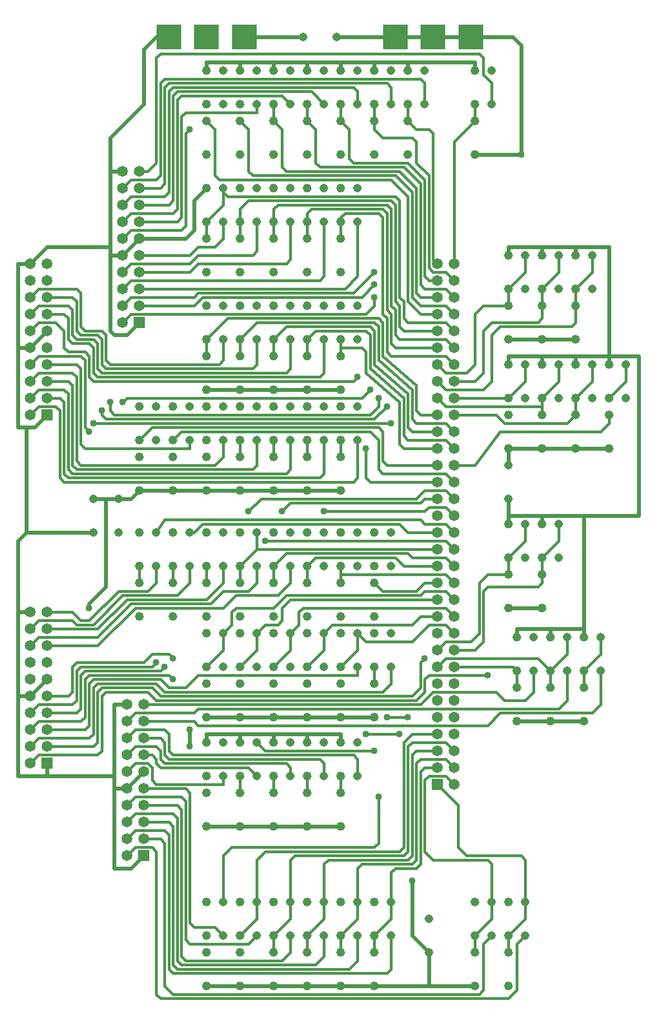
<source format=gbl>
G75*
G70*
%OFA0B0*%
%FSLAX24Y24*%
%IPPOS*%
%LPD*%
%AMOC8*
5,1,8,0,0,1.08239X$1,22.5*
%
%ADD10R,0.0650X0.0650*%
%ADD11C,0.0650*%
%ADD12C,0.0520*%
%ADD13C,0.0515*%
%ADD14R,0.1500X0.1500*%
%ADD15C,0.0160*%
%ADD16C,0.0400*%
%ADD17C,0.0240*%
D10*
X008850Y009350D03*
X003100Y014850D03*
X003100Y035600D03*
X008600Y041100D03*
X026350Y013600D03*
D11*
X026350Y014600D03*
X026350Y015600D03*
X026350Y016600D03*
X026350Y017600D03*
X026350Y018600D03*
X026350Y019600D03*
X026350Y020600D03*
X026350Y021600D03*
X026350Y022600D03*
X026350Y023600D03*
X026350Y024600D03*
X026350Y025600D03*
X026350Y026600D03*
X026350Y027600D03*
X026350Y028600D03*
X026350Y029600D03*
X026350Y030600D03*
X026350Y031600D03*
X026350Y032600D03*
X026350Y033600D03*
X026350Y034600D03*
X026350Y035600D03*
X026350Y036600D03*
X026350Y037600D03*
X026350Y038600D03*
X026350Y039600D03*
X026350Y040600D03*
X026350Y041600D03*
X026350Y042600D03*
X026350Y043600D03*
X026350Y044600D03*
X027350Y044600D03*
X027350Y043600D03*
X027350Y042600D03*
X027350Y041600D03*
X027350Y040600D03*
X027350Y039600D03*
X027350Y038600D03*
X027350Y037600D03*
X027350Y036600D03*
X027350Y035600D03*
X027350Y034600D03*
X027350Y033600D03*
X027350Y032600D03*
X027350Y031600D03*
X027350Y030600D03*
X027350Y029600D03*
X027350Y028600D03*
X027350Y027600D03*
X027350Y026600D03*
X027350Y025600D03*
X027350Y024600D03*
X027350Y023600D03*
X027350Y022600D03*
X027350Y021600D03*
X027350Y020600D03*
X027350Y019600D03*
X027350Y018600D03*
X027350Y017600D03*
X027350Y016600D03*
X027350Y015600D03*
X027350Y014600D03*
X027350Y013600D03*
X008850Y013350D03*
X008850Y012350D03*
X008850Y011350D03*
X008850Y010350D03*
X007850Y010350D03*
X007850Y009350D03*
X007850Y011350D03*
X007850Y012350D03*
X007850Y013350D03*
X007850Y014350D03*
X007850Y015350D03*
X007850Y016350D03*
X007850Y017350D03*
X007850Y018350D03*
X008850Y018350D03*
X008850Y017350D03*
X008850Y016350D03*
X008850Y015350D03*
X008850Y014350D03*
X003100Y015850D03*
X003100Y016850D03*
X003100Y017850D03*
X003100Y018850D03*
X003100Y019850D03*
X003100Y020850D03*
X003100Y021850D03*
X003100Y022850D03*
X003100Y023850D03*
X002100Y023850D03*
X002100Y022850D03*
X002100Y021850D03*
X002100Y020850D03*
X002100Y019850D03*
X002100Y018850D03*
X002100Y017850D03*
X002100Y016850D03*
X002100Y015850D03*
X002100Y014850D03*
X002100Y035600D03*
X002100Y036600D03*
X002100Y037600D03*
X002100Y038600D03*
X002100Y039600D03*
X002100Y040600D03*
X002100Y041600D03*
X002100Y042600D03*
X002100Y043600D03*
X002100Y044600D03*
X003100Y044600D03*
X003100Y043600D03*
X003100Y042600D03*
X003100Y041600D03*
X003100Y040600D03*
X003100Y039600D03*
X003100Y038600D03*
X003100Y037600D03*
X003100Y036600D03*
X007600Y041100D03*
X007600Y042100D03*
X007600Y043100D03*
X007600Y044100D03*
X007600Y045100D03*
X007600Y046100D03*
X007600Y047100D03*
X007600Y048100D03*
X007600Y049100D03*
X007600Y050100D03*
X008600Y050100D03*
X008600Y049100D03*
X008600Y048100D03*
X008600Y047100D03*
X008600Y046100D03*
X008600Y045100D03*
X008600Y044100D03*
X008600Y043100D03*
X008600Y042100D03*
D12*
X012600Y042100D03*
X012600Y040100D03*
X012600Y039100D03*
X012600Y037100D03*
X012600Y036100D03*
X012600Y034100D03*
X012600Y033100D03*
X012600Y031100D03*
X010600Y031100D03*
X010600Y033100D03*
X010600Y034100D03*
X010600Y036100D03*
X008600Y036100D03*
X008600Y034100D03*
X008600Y033100D03*
X008600Y031100D03*
X008600Y028600D03*
X008600Y026600D03*
X008600Y025600D03*
X008600Y023600D03*
X010600Y023600D03*
X010600Y025600D03*
X010600Y026600D03*
X010600Y028600D03*
X012600Y028600D03*
X012600Y026600D03*
X012600Y025600D03*
X012600Y023600D03*
X012600Y022600D03*
X012600Y020600D03*
X012600Y019600D03*
X012600Y017600D03*
X012600Y016100D03*
X012600Y014100D03*
X012600Y013100D03*
X012600Y011100D03*
X014600Y011100D03*
X014600Y013100D03*
X014600Y014100D03*
X014600Y016100D03*
X014600Y017600D03*
X014600Y019600D03*
X014600Y020600D03*
X014600Y022600D03*
X014600Y023600D03*
X014600Y025600D03*
X014600Y026600D03*
X014600Y028600D03*
X016600Y028600D03*
X016600Y026600D03*
X016600Y025600D03*
X016600Y023600D03*
X016600Y022600D03*
X016600Y020600D03*
X016600Y019600D03*
X016600Y017600D03*
X016600Y016100D03*
X016600Y014100D03*
X016600Y013100D03*
X016600Y011100D03*
X018600Y011100D03*
X018600Y013100D03*
X018600Y014100D03*
X018600Y016100D03*
X018600Y017600D03*
X018600Y019600D03*
X018600Y020600D03*
X018600Y022600D03*
X018600Y023600D03*
X018600Y025600D03*
X018600Y026600D03*
X018600Y028600D03*
X020600Y028600D03*
X020600Y026600D03*
X020600Y025600D03*
X020600Y023600D03*
X020600Y022600D03*
X020600Y020600D03*
X020600Y019600D03*
X020600Y017600D03*
X020600Y016100D03*
X020600Y014100D03*
X020600Y013100D03*
X020600Y011100D03*
X020600Y006600D03*
X020600Y004600D03*
X020600Y003600D03*
X020600Y001600D03*
X018600Y001600D03*
X018600Y003600D03*
X018600Y004600D03*
X018600Y006600D03*
X016600Y006600D03*
X016600Y004600D03*
X016600Y003600D03*
X016600Y001600D03*
X014600Y001600D03*
X014600Y003600D03*
X014600Y004600D03*
X014600Y006600D03*
X012600Y006600D03*
X012600Y004600D03*
X012600Y003600D03*
X012600Y001600D03*
X022600Y001600D03*
X022600Y003600D03*
X022600Y004600D03*
X022600Y006600D03*
X028600Y006600D03*
X028600Y004600D03*
X028600Y003600D03*
X028600Y001600D03*
X030600Y001600D03*
X030600Y003600D03*
X030600Y004600D03*
X030600Y006600D03*
X031100Y017350D03*
X031100Y019350D03*
X031100Y020350D03*
X031100Y022350D03*
X030600Y024100D03*
X030600Y026100D03*
X030600Y027100D03*
X030600Y029100D03*
X032600Y029100D03*
X032600Y027100D03*
X032600Y026100D03*
X032600Y024100D03*
X033100Y022350D03*
X033100Y020350D03*
X033100Y019350D03*
X033100Y017350D03*
X035100Y017350D03*
X035100Y019350D03*
X035100Y020350D03*
X035100Y022350D03*
X034600Y033600D03*
X034600Y035600D03*
X034600Y036600D03*
X034600Y038600D03*
X034600Y040100D03*
X034600Y042100D03*
X034600Y043100D03*
X034600Y045100D03*
X032600Y045100D03*
X032600Y043100D03*
X032600Y042100D03*
X032600Y040100D03*
X032600Y038600D03*
X032600Y036600D03*
X032600Y035600D03*
X032600Y033600D03*
X030600Y033600D03*
X030600Y035600D03*
X030600Y036600D03*
X030600Y038600D03*
X030600Y040100D03*
X030600Y042100D03*
X030600Y043100D03*
X030600Y045100D03*
X028600Y051100D03*
X028600Y053100D03*
X028600Y054100D03*
X028600Y056100D03*
X024600Y056100D03*
X024600Y054100D03*
X024600Y053100D03*
X024600Y051100D03*
X022600Y051100D03*
X022600Y053100D03*
X022600Y054100D03*
X022600Y056100D03*
X020600Y056100D03*
X020600Y054100D03*
X020600Y053100D03*
X020600Y051100D03*
X020600Y049100D03*
X020600Y047100D03*
X020600Y046100D03*
X020600Y044100D03*
X020600Y042100D03*
X020600Y040100D03*
X020600Y039100D03*
X020600Y037100D03*
X020600Y036100D03*
X020600Y034100D03*
X020600Y033100D03*
X020600Y031100D03*
X018600Y031100D03*
X018600Y033100D03*
X018600Y034100D03*
X018600Y036100D03*
X018600Y037100D03*
X018600Y039100D03*
X018600Y040100D03*
X018600Y042100D03*
X018600Y044100D03*
X018600Y046100D03*
X018600Y047100D03*
X018600Y049100D03*
X018600Y051100D03*
X018600Y053100D03*
X018600Y054100D03*
X018600Y056100D03*
X016600Y056100D03*
X016600Y054100D03*
X016600Y053100D03*
X016600Y051100D03*
X016600Y049100D03*
X016600Y047100D03*
X016600Y046100D03*
X016600Y044100D03*
X016600Y042100D03*
X016600Y040100D03*
X016600Y039100D03*
X016600Y037100D03*
X016600Y036100D03*
X016600Y034100D03*
X016600Y033100D03*
X016600Y031100D03*
X014600Y031100D03*
X014600Y033100D03*
X014600Y034100D03*
X014600Y036100D03*
X014600Y037100D03*
X014600Y039100D03*
X014600Y040100D03*
X014600Y042100D03*
X014600Y044100D03*
X014600Y046100D03*
X014600Y047100D03*
X014600Y049100D03*
X014600Y051100D03*
X014600Y053100D03*
X014600Y054100D03*
X014600Y056100D03*
X012600Y056100D03*
X012600Y054100D03*
X012600Y053100D03*
X012600Y051100D03*
X012600Y049100D03*
X012600Y047100D03*
X012600Y046100D03*
X012600Y044100D03*
X022600Y028600D03*
X022600Y026600D03*
X022600Y025600D03*
X022600Y023600D03*
X022600Y022600D03*
X022600Y020600D03*
X022600Y019600D03*
X022600Y017600D03*
X036600Y033600D03*
X036600Y035600D03*
X036600Y036600D03*
X036600Y038600D03*
D13*
X037600Y038600D03*
X037600Y036600D03*
X035600Y036600D03*
X035600Y038600D03*
X033600Y038600D03*
X033600Y036600D03*
X031600Y036600D03*
X031600Y038600D03*
X031600Y043100D03*
X031600Y045100D03*
X033600Y045100D03*
X033600Y043100D03*
X035600Y043100D03*
X035600Y045100D03*
X029600Y054100D03*
X029600Y056100D03*
X025600Y056100D03*
X025600Y054100D03*
X023600Y054100D03*
X023600Y056100D03*
X021600Y056100D03*
X021600Y054100D03*
X019600Y054100D03*
X019600Y056100D03*
X020350Y058100D03*
X018350Y058100D03*
X017600Y056100D03*
X017600Y054100D03*
X015600Y054100D03*
X015600Y056100D03*
X013600Y056100D03*
X013600Y054100D03*
X013600Y049100D03*
X013600Y047100D03*
X015600Y047100D03*
X015600Y049100D03*
X017600Y049100D03*
X017600Y047100D03*
X019600Y047100D03*
X019600Y049100D03*
X021600Y049100D03*
X021600Y047100D03*
X021600Y042100D03*
X021600Y040100D03*
X019600Y040100D03*
X019600Y042100D03*
X017600Y042100D03*
X017600Y040100D03*
X015600Y040100D03*
X015600Y042100D03*
X013600Y042100D03*
X013600Y040100D03*
X013600Y036100D03*
X013600Y034100D03*
X011600Y034100D03*
X011600Y036100D03*
X009600Y036100D03*
X009600Y034100D03*
X007350Y030600D03*
X005850Y030600D03*
X005850Y028600D03*
X007350Y028600D03*
X009600Y028600D03*
X009600Y026600D03*
X011600Y026600D03*
X011600Y028600D03*
X013600Y028600D03*
X013600Y026600D03*
X015600Y026600D03*
X015600Y028600D03*
X017600Y028600D03*
X017600Y026600D03*
X019600Y026600D03*
X019600Y028600D03*
X021600Y028600D03*
X021600Y026600D03*
X023600Y026600D03*
X023600Y028600D03*
X021600Y034100D03*
X021600Y036100D03*
X019600Y036100D03*
X019600Y034100D03*
X017600Y034100D03*
X017600Y036100D03*
X015600Y036100D03*
X015600Y034100D03*
X015600Y022600D03*
X015600Y020600D03*
X013600Y020600D03*
X013600Y022600D03*
X017600Y022600D03*
X017600Y020600D03*
X019600Y020600D03*
X019600Y022600D03*
X021600Y022600D03*
X021600Y020600D03*
X023600Y020600D03*
X023600Y022600D03*
X021600Y016100D03*
X021600Y014100D03*
X019600Y014100D03*
X019600Y016100D03*
X017600Y016100D03*
X017600Y014100D03*
X015600Y014100D03*
X015600Y016100D03*
X013600Y016100D03*
X013600Y014100D03*
X013600Y006600D03*
X013600Y004600D03*
X015600Y004600D03*
X015600Y006600D03*
X017600Y006600D03*
X017600Y004600D03*
X019600Y004600D03*
X019600Y006600D03*
X021600Y006600D03*
X021600Y004600D03*
X023600Y004600D03*
X023600Y006600D03*
X025850Y005600D03*
X025850Y003600D03*
X029600Y004600D03*
X029600Y006600D03*
X031600Y006600D03*
X031600Y004600D03*
X032100Y020350D03*
X032100Y022350D03*
X034100Y022350D03*
X034100Y020350D03*
X036100Y020350D03*
X036100Y022350D03*
X033600Y027100D03*
X033600Y029100D03*
X031600Y029100D03*
X030600Y030600D03*
X030600Y032600D03*
X031600Y027100D03*
D14*
X028350Y058100D03*
X026100Y058100D03*
X023850Y058100D03*
X014850Y058100D03*
X012600Y058100D03*
X010350Y058100D03*
D15*
X009850Y057100D02*
X028850Y057100D01*
X029100Y056850D01*
X029100Y055850D01*
X029600Y055350D01*
X029600Y054100D01*
X028600Y054100D02*
X028600Y053100D01*
X027350Y051850D01*
X027350Y044600D01*
X026850Y044100D02*
X027350Y043600D01*
X026850Y043100D02*
X027350Y042600D01*
X026850Y042100D02*
X027350Y041600D01*
X026850Y041100D02*
X027350Y040600D01*
X026850Y040100D02*
X027350Y039600D01*
X026850Y039100D02*
X027350Y038600D01*
X026850Y038100D02*
X028100Y038100D01*
X028600Y038600D01*
X028600Y041600D01*
X029100Y042100D01*
X030600Y042100D01*
X030600Y043100D01*
X031600Y044100D01*
X031600Y045100D01*
X032600Y043100D02*
X032600Y042100D01*
X032600Y041350D01*
X032350Y041100D01*
X029600Y041100D01*
X029100Y040600D01*
X029100Y038100D01*
X028600Y037600D01*
X027350Y037600D01*
X026850Y038100D02*
X026350Y038600D01*
X026850Y039100D02*
X023600Y039100D01*
X023350Y039350D01*
X023350Y041350D01*
X023100Y041600D01*
X023100Y047350D01*
X022850Y047600D01*
X020850Y047600D01*
X020600Y047350D01*
X020600Y047100D01*
X020600Y046100D01*
X019600Y047100D02*
X019600Y043850D01*
X019350Y043600D01*
X008100Y043600D01*
X007600Y043100D01*
X008100Y042600D02*
X011850Y042600D01*
X012100Y042850D01*
X021350Y042850D01*
X022600Y044100D01*
X022600Y043350D02*
X021850Y042600D01*
X012350Y042600D01*
X011850Y042100D01*
X008600Y042100D01*
X008100Y041600D02*
X022100Y041600D01*
X022600Y042100D01*
X022600Y042600D01*
X023350Y041850D02*
X023600Y041600D01*
X023600Y039850D01*
X023850Y039600D01*
X026350Y039600D01*
X026850Y040100D02*
X024100Y040100D01*
X023850Y040350D01*
X023850Y041850D01*
X023600Y042100D01*
X023600Y047850D01*
X023350Y048100D01*
X016850Y048100D01*
X016600Y047850D01*
X016600Y047100D01*
X016600Y046100D01*
X015600Y045350D02*
X015600Y047100D01*
X014600Y047850D02*
X015100Y048350D01*
X023600Y048350D01*
X023850Y048100D01*
X023850Y042350D01*
X024100Y042100D01*
X024100Y040850D01*
X024350Y040600D01*
X026350Y040600D01*
X026850Y041100D02*
X024600Y041100D01*
X024350Y041350D01*
X024350Y042350D01*
X024100Y042600D01*
X024100Y048350D01*
X023850Y048600D01*
X013850Y048600D01*
X013600Y048850D01*
X013600Y048100D01*
X012600Y047100D01*
X012600Y046100D01*
X012100Y045600D02*
X013100Y045600D01*
X013600Y046100D01*
X013600Y047100D01*
X014600Y047100D02*
X014600Y047850D01*
X014600Y047100D02*
X014600Y046100D01*
X015350Y045100D02*
X015600Y045350D01*
X015350Y045100D02*
X012100Y045100D01*
X011600Y044600D01*
X008100Y044600D01*
X007600Y044100D01*
X008600Y044100D02*
X011600Y044100D01*
X012100Y044600D01*
X017350Y044600D01*
X017600Y044850D01*
X017600Y047100D01*
X018600Y047100D02*
X018600Y046100D01*
X018600Y047100D02*
X018600Y047600D01*
X018850Y047850D01*
X023100Y047850D01*
X023350Y047600D01*
X023350Y041850D01*
X022850Y041350D02*
X013850Y041350D01*
X012600Y040100D01*
X012600Y039100D01*
X013350Y038600D02*
X013600Y038850D01*
X013600Y040100D01*
X014600Y040100D02*
X014600Y039100D01*
X014600Y040100D02*
X015600Y041100D01*
X022600Y041100D01*
X022850Y040850D01*
X022850Y038850D01*
X024850Y037100D01*
X024850Y035350D01*
X025100Y035100D01*
X026850Y035100D01*
X027350Y034600D01*
X026850Y034100D02*
X027350Y033600D01*
X026850Y034100D02*
X024600Y034100D01*
X024350Y034350D01*
X024350Y036600D01*
X022350Y038350D01*
X022350Y040350D01*
X022100Y040600D01*
X019100Y040600D01*
X018600Y040100D01*
X018600Y039100D01*
X017600Y038350D02*
X017600Y040100D01*
X017350Y040850D02*
X016600Y040100D01*
X016600Y039100D01*
X015600Y038600D02*
X015600Y040100D01*
X015600Y038600D02*
X015350Y038350D01*
X006600Y038350D01*
X006350Y038600D01*
X006350Y040100D01*
X006100Y040350D01*
X005100Y040350D01*
X004850Y040600D01*
X004850Y042350D01*
X004600Y042600D01*
X003100Y042600D01*
X002600Y042100D02*
X004350Y042100D01*
X004600Y041850D01*
X004600Y040350D01*
X004850Y040100D01*
X005850Y040100D01*
X006100Y039850D01*
X006100Y038350D01*
X006350Y038100D01*
X017350Y038100D01*
X017600Y038350D01*
X019350Y037850D02*
X019600Y038100D01*
X019600Y040100D01*
X020600Y040100D02*
X020600Y039600D01*
X020600Y039100D01*
X020600Y039600D02*
X021850Y039600D01*
X022100Y039350D01*
X022100Y038100D01*
X024100Y036350D01*
X024100Y033850D01*
X024350Y033600D01*
X026350Y033600D01*
X026350Y034600D02*
X024850Y034600D01*
X024600Y034850D01*
X024600Y036850D01*
X022600Y038600D01*
X022600Y040600D01*
X022350Y040850D01*
X017350Y040850D01*
X019350Y037850D02*
X006100Y037850D01*
X005850Y038100D01*
X005850Y039600D01*
X005600Y039850D01*
X004600Y039850D01*
X004350Y040100D01*
X004350Y041350D01*
X004100Y041600D01*
X003100Y041600D01*
X002600Y041100D02*
X003600Y041100D01*
X004100Y040600D01*
X004100Y039600D01*
X004350Y039350D01*
X005350Y039350D01*
X005600Y039100D01*
X005600Y037850D01*
X005850Y037600D01*
X021350Y037600D01*
X021600Y037850D01*
X022350Y037100D02*
X021850Y036600D01*
X007850Y036600D01*
X007600Y036350D01*
X006850Y036350D02*
X006850Y035850D01*
X007100Y035600D01*
X022350Y035600D01*
X022850Y036100D01*
X022850Y036600D01*
X023350Y036100D02*
X022600Y035350D01*
X006600Y035350D01*
X006350Y035600D01*
X006350Y035850D01*
X005850Y035100D02*
X023600Y035100D01*
X023100Y034600D02*
X022850Y034850D01*
X009350Y034850D01*
X008600Y034100D01*
X010600Y034100D02*
X011100Y034600D01*
X022350Y034600D01*
X022850Y034100D01*
X022850Y032350D01*
X023100Y032100D01*
X026850Y032100D01*
X027350Y031600D01*
X026850Y031100D02*
X027350Y030600D01*
X026850Y030100D02*
X027350Y029600D01*
X026850Y029100D02*
X025600Y029100D01*
X025350Y029350D01*
X010100Y029350D01*
X009600Y028600D01*
X009600Y026600D02*
X009600Y025600D01*
X009100Y025100D01*
X007350Y025100D01*
X005600Y023350D01*
X005100Y023350D01*
X004600Y023850D01*
X003100Y023850D01*
X002600Y023350D02*
X004600Y023350D01*
X004850Y023100D01*
X005850Y023100D01*
X007600Y024850D01*
X010850Y024850D01*
X011600Y025600D01*
X011600Y026600D01*
X012600Y026600D02*
X012600Y025600D01*
X012600Y024600D02*
X013600Y025600D01*
X013600Y026600D01*
X014600Y026600D02*
X014600Y025600D01*
X014350Y024850D02*
X016850Y024850D01*
X017600Y025600D01*
X017600Y026600D01*
X017350Y027350D02*
X016600Y026600D01*
X016600Y025600D01*
X015600Y025600D02*
X015600Y026600D01*
X015600Y025600D02*
X015100Y025100D01*
X013600Y025100D01*
X012850Y024350D01*
X008100Y024350D01*
X006100Y022350D01*
X002600Y022350D01*
X002100Y021850D01*
X002100Y022850D02*
X002600Y023350D01*
X003100Y022850D02*
X006100Y022850D01*
X007850Y024600D01*
X012600Y024600D01*
X013600Y024100D02*
X014350Y024850D01*
X014350Y024100D02*
X014100Y023850D01*
X014100Y023100D01*
X013600Y022600D01*
X013600Y021600D01*
X012600Y020600D01*
X012100Y020100D02*
X021600Y020100D01*
X021600Y020600D01*
X021600Y021600D02*
X021600Y022600D01*
X022100Y022100D01*
X024850Y022100D01*
X025850Y023100D01*
X026850Y023100D01*
X027350Y022600D01*
X026850Y022100D02*
X026350Y021600D01*
X026850Y021100D02*
X032350Y021100D01*
X033100Y020350D01*
X033100Y019350D01*
X033100Y020350D02*
X034100Y021350D01*
X034100Y022350D01*
X034100Y020350D02*
X034100Y018600D01*
X033600Y018100D01*
X012100Y018100D01*
X011850Y017850D01*
X008350Y017850D01*
X007850Y017350D01*
X008350Y016850D02*
X007850Y016350D01*
X008350Y015850D02*
X007850Y015350D01*
X008350Y014850D02*
X007850Y014350D01*
X008350Y014850D02*
X009100Y014850D01*
X009350Y014600D01*
X009350Y013850D01*
X009600Y013600D01*
X013600Y013600D01*
X013600Y014100D01*
X014600Y014100D02*
X014600Y013100D01*
X015600Y014100D02*
X015100Y014600D01*
X009850Y014600D01*
X009600Y014850D01*
X009600Y015100D01*
X009350Y015350D01*
X008850Y015350D01*
X008350Y015850D02*
X009600Y015850D01*
X009850Y015600D01*
X009850Y015100D01*
X010100Y014850D01*
X017350Y014850D01*
X017600Y014600D01*
X017600Y014100D01*
X018600Y014100D02*
X018600Y013100D01*
X019600Y014100D02*
X019600Y014850D01*
X019350Y015100D01*
X010350Y015100D01*
X010100Y015350D01*
X010100Y016100D01*
X009850Y016350D01*
X008850Y016350D01*
X008350Y016850D02*
X010100Y016850D01*
X010350Y016600D01*
X010350Y015600D01*
X010600Y015350D01*
X021350Y015350D01*
X021600Y015100D01*
X021600Y014100D01*
X020600Y014100D02*
X020600Y013100D01*
X022600Y015600D02*
X016100Y015600D01*
X015600Y016100D01*
X016600Y014100D02*
X016600Y013100D01*
X016100Y009600D02*
X024100Y009600D01*
X024350Y009850D01*
X024350Y016100D01*
X024850Y016600D01*
X026350Y016600D01*
X026850Y016100D02*
X027350Y015600D01*
X026850Y015100D02*
X027350Y014600D01*
X026850Y014100D02*
X027350Y013600D01*
X026850Y014100D02*
X025850Y014100D01*
X025600Y013850D01*
X025600Y009600D01*
X026100Y009100D01*
X029350Y009100D01*
X029600Y008850D01*
X029600Y006600D01*
X029600Y005600D01*
X028600Y004600D01*
X028600Y003600D01*
X029100Y004100D02*
X029600Y004600D01*
X029100Y004100D02*
X029100Y001350D01*
X028850Y001100D01*
X010600Y001100D01*
X010100Y001600D01*
X010100Y010100D01*
X009850Y010350D01*
X008850Y010350D01*
X008350Y009850D02*
X009350Y009850D01*
X009600Y009600D01*
X009600Y001100D01*
X009850Y000850D01*
X030600Y000850D01*
X031100Y001350D01*
X031100Y004100D01*
X031600Y004600D01*
X031600Y005600D02*
X030600Y004600D01*
X030600Y003600D01*
X031600Y005600D02*
X031600Y006600D01*
X031600Y009100D01*
X031350Y009350D01*
X028100Y009350D01*
X027600Y009850D01*
X027600Y012350D01*
X026350Y013600D01*
X026350Y014600D02*
X025600Y014600D01*
X025350Y014350D01*
X025350Y008850D01*
X025100Y008600D01*
X023850Y008600D01*
X023600Y008350D01*
X023600Y006600D01*
X023600Y005600D01*
X022600Y004600D01*
X022600Y003600D01*
X021600Y003100D02*
X021600Y004600D01*
X021600Y005600D02*
X020600Y004600D01*
X020600Y003600D01*
X019600Y003350D02*
X019600Y004600D01*
X019600Y005600D02*
X018600Y004600D01*
X018600Y003600D01*
X019100Y002850D02*
X019600Y003350D01*
X019100Y002850D02*
X011100Y002850D01*
X010850Y003100D01*
X010850Y011600D01*
X010600Y011850D01*
X008350Y011850D01*
X007850Y011350D01*
X007850Y012350D02*
X008350Y012850D01*
X011100Y012850D01*
X011350Y012600D01*
X011350Y004350D01*
X011600Y004100D01*
X015100Y004100D01*
X015600Y004600D01*
X015600Y005600D02*
X014600Y004600D01*
X013600Y004600D02*
X013100Y005100D01*
X011850Y005100D01*
X011600Y005350D01*
X011600Y013100D01*
X011350Y013350D01*
X008850Y013350D01*
X008850Y012350D02*
X010850Y012350D01*
X011100Y012100D01*
X011100Y003350D01*
X011350Y003100D01*
X017100Y003100D01*
X017600Y003600D01*
X017600Y004600D01*
X017600Y005600D02*
X016600Y004600D01*
X016600Y003600D01*
X015600Y005600D02*
X015600Y006600D01*
X015600Y009100D01*
X016100Y009600D01*
X017600Y009100D02*
X017850Y009350D01*
X024350Y009350D01*
X024600Y009600D01*
X024600Y015850D01*
X024850Y016100D01*
X026850Y016100D01*
X026350Y015600D02*
X025100Y015600D01*
X024850Y015350D01*
X024850Y009350D01*
X024600Y009100D01*
X019850Y009100D01*
X019600Y008850D01*
X019600Y006600D01*
X019600Y005600D01*
X017600Y005600D02*
X017600Y006600D01*
X017600Y009100D01*
X014100Y009850D02*
X013600Y009350D01*
X013600Y006600D01*
X014100Y009850D02*
X022600Y009850D01*
X022850Y010100D01*
X022850Y012850D01*
X025100Y014850D02*
X025100Y009100D01*
X024850Y008850D01*
X021850Y008850D01*
X021600Y008600D01*
X021600Y006600D01*
X021600Y005600D01*
X021600Y003100D02*
X021100Y002600D01*
X010850Y002600D01*
X010600Y002850D01*
X010600Y011100D01*
X010350Y011350D01*
X008850Y011350D01*
X008350Y010850D02*
X010100Y010850D01*
X010350Y010600D01*
X010350Y002600D01*
X010600Y002350D01*
X023350Y002350D01*
X023600Y002600D01*
X023600Y004600D01*
X025100Y014850D02*
X025350Y015100D01*
X026850Y015100D01*
X025350Y018350D02*
X026100Y019100D01*
X029850Y019100D01*
X030350Y018600D01*
X031600Y018600D01*
X032100Y019100D01*
X032100Y020350D01*
X031100Y020350D02*
X031100Y019350D01*
X031100Y020350D02*
X030850Y020600D01*
X027350Y020600D01*
X026850Y021100D02*
X026350Y020600D01*
X025850Y020100D02*
X029350Y020100D01*
X028600Y021600D02*
X029100Y022100D01*
X029100Y025100D01*
X029350Y025350D01*
X032350Y025350D01*
X032600Y025600D01*
X032600Y026100D01*
X032600Y027100D01*
X033600Y028100D01*
X033600Y029100D01*
X031600Y029100D02*
X031600Y028100D01*
X030600Y027100D01*
X030600Y026100D01*
X029350Y026100D01*
X028850Y025600D01*
X028850Y022600D01*
X028350Y022100D01*
X026850Y022100D01*
X027350Y021600D02*
X028600Y021600D01*
X027350Y023600D02*
X026850Y024100D01*
X018350Y024100D01*
X018100Y023850D01*
X018100Y023100D01*
X017600Y022600D01*
X017600Y021600D01*
X016600Y020600D01*
X015600Y021600D02*
X014600Y020600D01*
X015600Y021600D02*
X015600Y022600D01*
X016100Y023100D01*
X016850Y023100D01*
X017100Y023350D01*
X017100Y024100D01*
X017600Y024600D01*
X026350Y024600D01*
X026850Y025100D02*
X025600Y025100D01*
X025350Y024850D01*
X017350Y024850D01*
X016600Y024100D01*
X014350Y024100D01*
X013600Y024100D02*
X008350Y024100D01*
X006100Y021850D01*
X003100Y021850D01*
X004600Y020600D02*
X004850Y020850D01*
X008850Y020850D01*
X009350Y021350D01*
X010350Y021350D01*
X010600Y021100D01*
X010100Y020600D02*
X009850Y020350D01*
X005350Y020350D01*
X005100Y020100D01*
X005100Y018100D01*
X004850Y017850D01*
X003100Y017850D01*
X002600Y018350D02*
X004600Y018350D01*
X004850Y018600D01*
X004850Y020350D01*
X005100Y020600D01*
X009350Y020600D01*
X009600Y020850D01*
X009850Y019850D02*
X010350Y019350D01*
X011350Y019350D01*
X012100Y020100D01*
X010600Y019850D02*
X010350Y020100D01*
X005600Y020100D01*
X005350Y019850D01*
X005350Y017600D01*
X005100Y017350D01*
X002600Y017350D01*
X002100Y016850D01*
X002600Y016350D02*
X005600Y016350D01*
X005850Y016600D01*
X005850Y019350D01*
X006100Y019600D01*
X009600Y019600D01*
X010100Y019100D01*
X023100Y019100D01*
X023600Y019600D01*
X023600Y020600D01*
X022600Y020600D02*
X022600Y019600D01*
X023350Y017600D02*
X024600Y017600D01*
X025350Y018350D02*
X008850Y018350D01*
X009100Y019100D02*
X009600Y018600D01*
X025100Y018600D01*
X025600Y019100D01*
X025600Y019850D01*
X025850Y020100D01*
X025350Y020850D02*
X025600Y021100D01*
X025350Y020850D02*
X025350Y019350D01*
X024850Y018850D01*
X009850Y018850D01*
X009350Y019350D01*
X006350Y019350D01*
X006100Y019100D01*
X006100Y016100D01*
X005850Y015850D01*
X003100Y015850D01*
X002600Y015350D02*
X006100Y015350D01*
X006350Y015600D01*
X006350Y018850D01*
X006600Y019100D01*
X009100Y019100D01*
X009850Y019850D02*
X005850Y019850D01*
X005600Y019600D01*
X005600Y017100D01*
X005350Y016850D01*
X003100Y016850D01*
X002600Y016350D02*
X002100Y015850D01*
X002600Y015350D02*
X002100Y014850D01*
X002100Y017850D02*
X002600Y018350D01*
X003100Y018850D02*
X004350Y018850D01*
X004600Y019100D01*
X004600Y020600D01*
X008600Y025600D02*
X008600Y026600D01*
X010600Y026600D02*
X010600Y025600D01*
X011600Y028600D02*
X011850Y028600D01*
X012350Y029100D01*
X024100Y029100D01*
X024600Y028600D01*
X026350Y028600D01*
X026850Y029100D02*
X027350Y028600D01*
X026850Y028100D02*
X027350Y027600D01*
X026850Y027100D02*
X024850Y027100D01*
X024600Y027350D01*
X017350Y027350D01*
X018600Y026600D02*
X018600Y025600D01*
X018600Y026600D02*
X019100Y027100D01*
X023850Y027100D01*
X024350Y026600D01*
X026350Y026600D01*
X026850Y026100D02*
X020600Y026100D01*
X020600Y026600D01*
X020600Y026100D02*
X020600Y025600D01*
X020100Y023100D02*
X019600Y022600D01*
X019600Y021600D01*
X018600Y020600D01*
X020100Y023100D02*
X024850Y023100D01*
X025350Y023600D01*
X026350Y023600D01*
X027350Y024600D02*
X026850Y025100D01*
X027350Y025600D02*
X026850Y026100D01*
X026350Y025600D02*
X025600Y025600D01*
X025100Y025100D01*
X023100Y025100D01*
X022600Y025600D01*
X021600Y021600D02*
X020600Y020600D01*
X022100Y016600D02*
X024100Y016600D01*
X029350Y017100D02*
X030100Y017850D01*
X035600Y017850D01*
X036100Y018350D01*
X036100Y020350D01*
X036100Y021350D02*
X035100Y020350D01*
X035100Y019350D01*
X036100Y021350D02*
X036100Y022350D01*
X029350Y017100D02*
X012100Y017100D01*
X011850Y017350D01*
X008850Y017350D01*
X008350Y010850D02*
X007850Y010350D01*
X008350Y009850D02*
X007850Y009350D01*
X014600Y026600D02*
X015600Y027600D01*
X015600Y028600D01*
X016100Y028100D02*
X026850Y028100D01*
X026350Y027600D02*
X015600Y027600D01*
X015100Y029850D02*
X015850Y030600D01*
X025100Y030600D01*
X025600Y031100D01*
X026850Y031100D01*
X026350Y030600D02*
X025600Y030600D01*
X025350Y030350D01*
X017600Y030350D01*
X017100Y029850D01*
X017350Y032100D02*
X017600Y032350D01*
X017600Y034100D01*
X018600Y034100D02*
X018600Y033100D01*
X019600Y032100D02*
X019350Y031850D01*
X004350Y031850D01*
X004100Y032100D01*
X004100Y036350D01*
X003850Y036600D01*
X003100Y036600D01*
X002600Y036100D02*
X003600Y036100D01*
X003850Y035850D01*
X003850Y031850D01*
X004100Y031600D01*
X021350Y031600D01*
X021600Y031850D01*
X021600Y034100D01*
X022100Y033600D02*
X022100Y031850D01*
X022350Y031600D01*
X026350Y031600D01*
X026350Y032600D02*
X023350Y032600D01*
X023100Y032850D01*
X023100Y034600D01*
X025100Y035850D02*
X025100Y037350D01*
X023100Y039100D01*
X023100Y041100D01*
X022850Y041350D01*
X024600Y042350D02*
X025350Y041600D01*
X026350Y041600D01*
X026850Y042100D02*
X025350Y042100D01*
X024850Y042600D01*
X024850Y048850D01*
X023850Y049850D01*
X015350Y049850D01*
X015100Y050100D01*
X015100Y052600D01*
X014600Y053100D01*
X015600Y053600D02*
X015600Y054100D01*
X015600Y053600D02*
X011350Y053600D01*
X011100Y053350D01*
X011100Y047350D01*
X010850Y047100D01*
X008600Y047100D01*
X008100Y047600D02*
X010600Y047600D01*
X010850Y047850D01*
X010850Y054350D01*
X011100Y054600D01*
X017100Y054600D01*
X017600Y054100D01*
X018600Y054100D02*
X018600Y053100D01*
X019100Y052600D01*
X019100Y050600D01*
X019350Y050350D01*
X024350Y050350D01*
X025350Y049350D01*
X025350Y043350D01*
X025600Y043100D01*
X026850Y043100D01*
X026350Y042600D02*
X025350Y042600D01*
X025100Y042850D01*
X025100Y049100D01*
X024100Y050100D01*
X017350Y050100D01*
X017100Y050350D01*
X017100Y052600D01*
X016600Y053100D01*
X016600Y054100D01*
X018850Y054850D02*
X019600Y054100D01*
X020600Y054100D02*
X020600Y053100D01*
X021100Y052600D01*
X021100Y050850D01*
X021350Y050600D01*
X024600Y050600D01*
X025600Y049600D01*
X025600Y043850D01*
X025850Y043600D01*
X026350Y043600D01*
X026100Y044100D02*
X025850Y044350D01*
X025850Y049850D01*
X025100Y050600D01*
X025100Y051850D01*
X024850Y052100D01*
X023100Y052100D01*
X022600Y052600D01*
X022600Y053100D01*
X022600Y054100D01*
X021600Y054100D02*
X021600Y054850D01*
X021350Y055100D01*
X010600Y055100D01*
X010350Y054850D01*
X010350Y048850D01*
X010100Y048600D01*
X008100Y048600D01*
X007600Y048100D01*
X008100Y047600D02*
X007600Y047100D01*
X008100Y046600D02*
X007600Y046100D01*
X008100Y046600D02*
X011100Y046600D01*
X011350Y046850D01*
X011350Y052350D01*
X011600Y052600D01*
X012600Y053100D02*
X013100Y052600D01*
X013100Y049850D01*
X013350Y049600D01*
X023600Y049600D01*
X024600Y048600D01*
X024600Y042350D01*
X026100Y044100D02*
X026850Y044100D01*
X026350Y044600D02*
X026100Y044850D01*
X026100Y052350D01*
X025850Y052600D01*
X025100Y052600D01*
X024600Y053100D01*
X024600Y054100D01*
X023600Y054100D02*
X023600Y055100D01*
X023350Y055350D01*
X010350Y055350D01*
X010100Y055100D01*
X010100Y049350D01*
X009850Y049100D01*
X008600Y049100D01*
X008100Y049600D02*
X009600Y049600D01*
X009850Y049850D01*
X009850Y055350D01*
X010100Y055600D01*
X025350Y055600D01*
X025600Y055350D01*
X025600Y054100D01*
X021600Y047100D02*
X021600Y043850D01*
X020850Y043100D01*
X008600Y043100D01*
X008100Y042600D02*
X007600Y042100D01*
X008100Y041600D02*
X007600Y041100D01*
X006600Y040350D02*
X006600Y038850D01*
X006850Y038600D01*
X013350Y038600D01*
X013600Y034100D02*
X013600Y033100D01*
X013100Y032600D01*
X005100Y032600D01*
X004850Y032850D01*
X004850Y037850D01*
X004600Y038100D01*
X002600Y038100D01*
X002100Y037600D01*
X002600Y037100D02*
X002100Y036600D01*
X002600Y036100D02*
X002100Y035600D01*
X002600Y037100D02*
X004100Y037100D01*
X004350Y036850D01*
X004350Y032350D01*
X004600Y032100D01*
X017350Y032100D01*
X016600Y033100D02*
X016600Y034100D01*
X015600Y034100D02*
X015600Y032600D01*
X015350Y032350D01*
X004850Y032350D01*
X004600Y032600D01*
X004600Y037350D01*
X004350Y037600D01*
X003100Y037600D01*
X003100Y038600D02*
X004850Y038600D01*
X005100Y038350D01*
X005100Y033850D01*
X005350Y033600D01*
X011600Y033600D01*
X011600Y034100D01*
X014600Y034100D02*
X014600Y033100D01*
X019600Y032100D02*
X019600Y034100D01*
X020600Y034100D02*
X020600Y033100D01*
X019600Y029850D02*
X025600Y029850D01*
X025850Y030100D01*
X026850Y030100D01*
X027350Y032600D02*
X028600Y032600D01*
X030100Y034600D01*
X036100Y034600D01*
X036600Y035100D01*
X036600Y035600D01*
X036600Y036600D02*
X037600Y037600D01*
X037600Y038600D01*
X035600Y038600D02*
X035600Y037600D01*
X034600Y036600D01*
X034600Y035600D01*
X034100Y035100D01*
X030350Y035100D01*
X029850Y035600D01*
X027350Y035600D01*
X026850Y036100D02*
X032600Y036100D01*
X032600Y036600D01*
X033600Y037600D01*
X033600Y038600D01*
X034350Y040850D02*
X034600Y041100D01*
X034600Y042100D01*
X034600Y043100D01*
X035600Y044100D01*
X035600Y045100D01*
X033600Y045100D02*
X033600Y044100D01*
X032600Y043100D01*
X034350Y040850D02*
X030100Y040850D01*
X029600Y040350D01*
X029600Y037600D01*
X029100Y037100D01*
X026850Y037100D01*
X026350Y037600D01*
X026350Y036600D02*
X026850Y036100D01*
X026350Y035600D02*
X025350Y035600D01*
X025100Y035850D01*
X027350Y036600D02*
X030600Y036600D01*
X031600Y037600D01*
X031600Y038600D01*
X032600Y036100D02*
X032600Y035600D01*
X026850Y027100D02*
X027350Y026600D01*
X013600Y048850D02*
X013600Y049100D01*
X012100Y045600D02*
X011600Y045100D01*
X008600Y045100D01*
X008600Y048100D02*
X010350Y048100D01*
X010600Y048350D01*
X010600Y054600D01*
X010850Y054850D01*
X018850Y054850D01*
X009850Y057100D02*
X009600Y056850D01*
X009600Y050600D01*
X009100Y050100D01*
X008600Y050100D01*
X008100Y049600D02*
X007600Y049100D01*
X004850Y043100D02*
X005100Y042850D01*
X005100Y040850D01*
X005350Y040600D01*
X006350Y040600D01*
X006600Y040350D01*
X005350Y038850D02*
X005350Y034850D01*
X005600Y034600D01*
X005350Y038850D02*
X005100Y039100D01*
X002600Y039100D01*
X002100Y038600D01*
X002100Y040600D02*
X002600Y041100D01*
X002100Y041600D02*
X002600Y042100D01*
X002100Y042600D02*
X002600Y043100D01*
X004850Y043100D01*
D16*
X006850Y036350D03*
X006350Y035850D03*
X005850Y035100D03*
X005600Y034600D03*
X007600Y036350D03*
X015100Y029850D03*
X016100Y028100D03*
X017100Y029850D03*
X019600Y029850D03*
X022100Y033600D03*
X023600Y035100D03*
X023350Y036100D03*
X022850Y036600D03*
X022350Y037100D03*
X021600Y037850D03*
X022600Y042600D03*
X022600Y043350D03*
X022600Y044100D03*
X031350Y051100D03*
X011600Y052600D03*
X005600Y024100D03*
X009600Y020850D03*
X010100Y020600D03*
X010600Y021100D03*
X010600Y019850D03*
X011600Y016850D03*
X011600Y015850D03*
X022100Y016600D03*
X022600Y015600D03*
X023350Y017600D03*
X024100Y016600D03*
X024600Y017600D03*
X025600Y021100D03*
X029350Y020100D03*
X022850Y012850D03*
X024850Y007850D03*
D17*
X008100Y008600D02*
X007100Y008600D01*
X007100Y013350D01*
X007850Y013350D01*
X008850Y014350D01*
X007100Y014100D02*
X007100Y013350D01*
X007100Y014100D02*
X003100Y014100D01*
X003100Y014850D01*
X003100Y014100D02*
X001350Y014100D01*
X001350Y018850D01*
X002100Y018850D01*
X003100Y019850D01*
X001350Y018850D02*
X001350Y023850D01*
X001350Y028100D01*
X001850Y028600D01*
X005850Y028600D01*
X005850Y030600D02*
X006600Y030600D01*
X006600Y025350D01*
X005600Y024350D01*
X005600Y024100D01*
X002100Y023850D02*
X001350Y023850D01*
X001850Y028600D02*
X001850Y034850D01*
X002350Y034850D01*
X003100Y035600D01*
X001850Y034850D02*
X001350Y034850D01*
X001350Y039600D01*
X002100Y039600D01*
X003100Y040600D01*
X001350Y039600D02*
X001350Y044600D01*
X002100Y044600D01*
X003100Y045600D01*
X006850Y045600D01*
X006850Y045100D01*
X007600Y045100D01*
X008600Y046100D01*
X011350Y046100D01*
X011850Y046600D01*
X011850Y048350D01*
X012600Y049100D01*
X008850Y054100D02*
X008850Y057350D01*
X009600Y058100D01*
X010350Y058100D01*
X012600Y056600D02*
X012600Y056100D01*
X012600Y056600D02*
X014600Y056600D01*
X014600Y056100D01*
X014600Y056600D02*
X016600Y056600D01*
X016600Y056100D01*
X016600Y056600D02*
X018600Y056600D01*
X018600Y056100D01*
X018600Y056600D02*
X020600Y056600D01*
X020600Y056100D01*
X020600Y056600D02*
X022600Y056600D01*
X022600Y056100D01*
X022600Y056600D02*
X024600Y056600D01*
X024600Y056100D01*
X024600Y056600D02*
X028600Y056600D01*
X028600Y056100D01*
X028350Y058100D02*
X030850Y058100D01*
X031350Y057600D01*
X031350Y051100D01*
X028600Y051100D01*
X030600Y045600D02*
X032600Y045600D01*
X032600Y045100D01*
X032600Y045600D02*
X034600Y045600D01*
X036600Y045600D01*
X036600Y039100D01*
X038350Y039100D01*
X038350Y029600D01*
X035100Y029600D01*
X035100Y022850D01*
X033100Y022850D01*
X033100Y022350D01*
X033100Y022850D02*
X031100Y022850D01*
X031100Y022350D01*
X030600Y024100D02*
X032600Y024100D01*
X035100Y022850D02*
X035100Y022350D01*
X035100Y017350D02*
X033100Y017350D01*
X031100Y017350D01*
X024850Y007850D02*
X024850Y004600D01*
X025850Y003600D01*
X025850Y001600D01*
X028600Y001600D01*
X025850Y001600D02*
X022600Y001600D01*
X020600Y001600D01*
X018600Y001600D01*
X016600Y001600D01*
X014600Y001600D01*
X012600Y001600D01*
X008100Y008600D02*
X008850Y009350D01*
X007100Y014100D02*
X007100Y018350D01*
X007850Y018350D01*
X011600Y016850D02*
X011600Y015850D01*
X012600Y016100D02*
X012600Y016600D01*
X014600Y016600D01*
X014600Y016100D01*
X014600Y016600D02*
X016600Y016600D01*
X016600Y016100D01*
X016600Y016600D02*
X018600Y016600D01*
X018600Y016100D01*
X018600Y016600D02*
X020600Y016600D01*
X020600Y016100D01*
X020600Y017600D02*
X022600Y017600D01*
X020600Y017600D02*
X018600Y017600D01*
X016600Y017600D01*
X014600Y017600D01*
X012600Y017600D01*
X012600Y011100D02*
X014600Y011100D01*
X016600Y011100D01*
X018600Y011100D01*
X020600Y011100D01*
X030600Y029100D02*
X030600Y029600D01*
X030600Y030600D01*
X030600Y029600D02*
X032600Y029600D01*
X035100Y029600D01*
X032600Y029600D02*
X032600Y029100D01*
X030600Y032600D02*
X030600Y033600D01*
X032600Y033600D01*
X034600Y033600D01*
X036600Y033600D01*
X036600Y038600D02*
X036600Y039100D01*
X034600Y039100D01*
X034600Y038600D01*
X034600Y039100D02*
X032600Y039100D01*
X032600Y038600D01*
X032600Y039100D02*
X030600Y039100D01*
X030600Y038600D01*
X030600Y040100D02*
X032600Y040100D01*
X034600Y040100D01*
X034600Y045100D02*
X034600Y045600D01*
X030600Y045600D02*
X030600Y045100D01*
X028350Y058100D02*
X026100Y058100D01*
X023850Y058100D01*
X020350Y058100D01*
X018350Y058100D02*
X014850Y058100D01*
X008850Y054100D02*
X006850Y052100D01*
X006850Y050100D01*
X006850Y045600D01*
X006850Y045100D02*
X006850Y040600D01*
X007100Y040350D01*
X007850Y040350D01*
X008600Y041100D01*
X012600Y037100D02*
X014600Y037100D01*
X016600Y037100D01*
X018600Y037100D01*
X020600Y037100D01*
X020600Y031100D02*
X018600Y031100D01*
X016600Y031100D01*
X014600Y031100D01*
X012600Y031100D01*
X010600Y031100D01*
X008600Y031100D01*
X008100Y030600D01*
X007350Y030600D01*
X006600Y030600D01*
X006850Y050100D02*
X007600Y050100D01*
M02*

</source>
